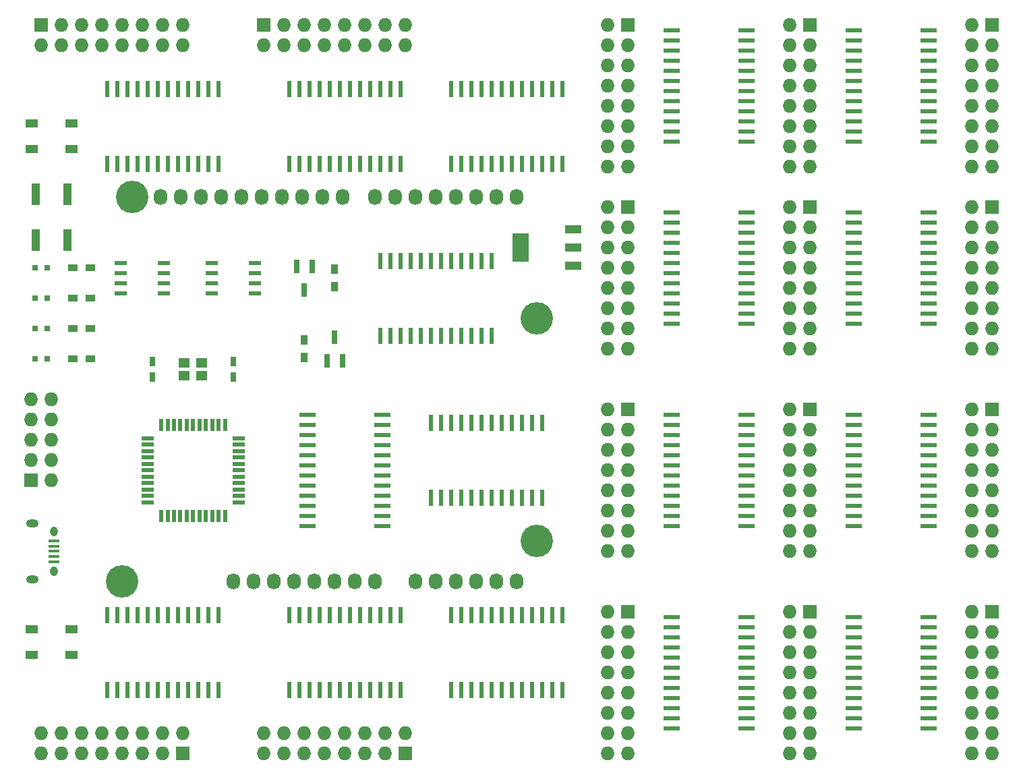
<source format=gbr>
G04 #@! TF.FileFunction,Soldermask,Top*
%FSLAX46Y46*%
G04 Gerber Fmt 4.6, Leading zero omitted, Abs format (unit mm)*
G04 Created by KiCad (PCBNEW 4.0.1-stable) date 2016-05-03 14:33:49*
%MOMM*%
G01*
G04 APERTURE LIST*
%ADD10C,0.100000*%
%ADD11O,1.727200X2.032000*%
%ADD12C,4.064000*%
%ADD13R,1.727200X1.727200*%
%ADD14O,1.727200X1.727200*%
%ADD15R,1.550000X0.600000*%
%ADD16R,0.600000X2.000000*%
%ADD17R,2.000000X0.600000*%
%ADD18R,0.797560X0.797560*%
%ADD19R,0.800100X1.800860*%
%ADD20R,1.200000X0.900000*%
%ADD21R,1.000000X2.750000*%
%ADD22R,0.750000X1.200000*%
%ADD23R,1.600000X1.000000*%
%ADD24R,1.350000X0.400000*%
%ADD25O,0.950000X1.250000*%
%ADD26O,1.550000X1.000000*%
%ADD27R,0.900000X1.200000*%
%ADD28R,1.500000X0.550000*%
%ADD29R,0.550000X1.500000*%
%ADD30R,2.032000X3.657600*%
%ADD31R,2.032000X1.016000*%
%ADD32R,1.400000X1.200000*%
G04 APERTURE END LIST*
D10*
D11*
X56388000Y-117475000D03*
X58928000Y-117475000D03*
X61468000Y-117475000D03*
X64008000Y-117475000D03*
X66548000Y-117475000D03*
X69088000Y-117475000D03*
X71628000Y-117475000D03*
X74168000Y-117475000D03*
X79248000Y-117475000D03*
X81788000Y-117475000D03*
X84328000Y-117475000D03*
X86868000Y-117475000D03*
X89408000Y-117475000D03*
X91948000Y-117475000D03*
X47244000Y-69215000D03*
X49784000Y-69215000D03*
X52324000Y-69215000D03*
X54864000Y-69215000D03*
X57404000Y-69215000D03*
X59944000Y-69215000D03*
X62484000Y-69215000D03*
X65024000Y-69215000D03*
X67564000Y-69215000D03*
X70104000Y-69215000D03*
X74168000Y-69215000D03*
X76708000Y-69215000D03*
X79248000Y-69215000D03*
X81788000Y-69215000D03*
X84328000Y-69215000D03*
X86868000Y-69215000D03*
X89408000Y-69215000D03*
X91948000Y-69215000D03*
D12*
X42418000Y-117475000D03*
X94488000Y-112395000D03*
X43688000Y-69215000D03*
X94488000Y-84455000D03*
D13*
X32258000Y-47625000D03*
D14*
X32258000Y-50165000D03*
X34798000Y-47625000D03*
X34798000Y-50165000D03*
X37338000Y-47625000D03*
X37338000Y-50165000D03*
X39878000Y-47625000D03*
X39878000Y-50165000D03*
X42418000Y-47625000D03*
X42418000Y-50165000D03*
X44958000Y-47625000D03*
X44958000Y-50165000D03*
X47498000Y-47625000D03*
X47498000Y-50165000D03*
X50038000Y-47625000D03*
X50038000Y-50165000D03*
D13*
X60198000Y-47625000D03*
D14*
X60198000Y-50165000D03*
X62738000Y-47625000D03*
X62738000Y-50165000D03*
X65278000Y-47625000D03*
X65278000Y-50165000D03*
X67818000Y-47625000D03*
X67818000Y-50165000D03*
X70358000Y-47625000D03*
X70358000Y-50165000D03*
X72898000Y-47625000D03*
X72898000Y-50165000D03*
X75438000Y-47625000D03*
X75438000Y-50165000D03*
X77978000Y-47625000D03*
X77978000Y-50165000D03*
D13*
X50038000Y-139065000D03*
D14*
X50038000Y-136525000D03*
X47498000Y-139065000D03*
X47498000Y-136525000D03*
X44958000Y-139065000D03*
X44958000Y-136525000D03*
X42418000Y-139065000D03*
X42418000Y-136525000D03*
X39878000Y-139065000D03*
X39878000Y-136525000D03*
X37338000Y-139065000D03*
X37338000Y-136525000D03*
X34798000Y-139065000D03*
X34798000Y-136525000D03*
X32258000Y-139065000D03*
X32258000Y-136525000D03*
D15*
X53688000Y-77470000D03*
X53688000Y-78740000D03*
X53688000Y-80010000D03*
X53688000Y-81280000D03*
X59088000Y-81280000D03*
X59088000Y-80010000D03*
X59088000Y-78740000D03*
X59088000Y-77470000D03*
D13*
X77978000Y-139065000D03*
D14*
X77978000Y-136525000D03*
X75438000Y-139065000D03*
X75438000Y-136525000D03*
X72898000Y-139065000D03*
X72898000Y-136525000D03*
X70358000Y-139065000D03*
X70358000Y-136525000D03*
X67818000Y-139065000D03*
X67818000Y-136525000D03*
X65278000Y-139065000D03*
X65278000Y-136525000D03*
X62738000Y-139065000D03*
X62738000Y-136525000D03*
X60198000Y-139065000D03*
X60198000Y-136525000D03*
D16*
X77343000Y-121665000D03*
X76073000Y-121665000D03*
X74803000Y-121665000D03*
X73533000Y-121665000D03*
X72263000Y-121665000D03*
X70993000Y-121665000D03*
X69723000Y-121665000D03*
X68453000Y-121665000D03*
X67183000Y-121665000D03*
X65913000Y-121665000D03*
X64643000Y-121665000D03*
X63373000Y-121665000D03*
X63373000Y-131065000D03*
X64643000Y-131065000D03*
X65913000Y-131065000D03*
X67183000Y-131065000D03*
X68453000Y-131065000D03*
X69723000Y-131065000D03*
X70993000Y-131065000D03*
X72263000Y-131065000D03*
X73533000Y-131065000D03*
X74803000Y-131065000D03*
X76073000Y-131065000D03*
X77343000Y-131065000D03*
D15*
X42258000Y-77470000D03*
X42258000Y-78740000D03*
X42258000Y-80010000D03*
X42258000Y-81280000D03*
X47658000Y-81280000D03*
X47658000Y-80010000D03*
X47658000Y-78740000D03*
X47658000Y-77470000D03*
D17*
X65658000Y-96520000D03*
X65658000Y-97790000D03*
X65658000Y-99060000D03*
X65658000Y-100330000D03*
X65658000Y-101600000D03*
X65658000Y-102870000D03*
X65658000Y-104140000D03*
X65658000Y-105410000D03*
X65658000Y-106680000D03*
X65658000Y-107950000D03*
X65658000Y-109220000D03*
X65658000Y-110490000D03*
X75058000Y-110490000D03*
X75058000Y-109220000D03*
X75058000Y-107950000D03*
X75058000Y-106680000D03*
X75058000Y-105410000D03*
X75058000Y-104140000D03*
X75058000Y-102870000D03*
X75058000Y-101600000D03*
X75058000Y-100330000D03*
X75058000Y-99060000D03*
X75058000Y-97790000D03*
X75058000Y-96520000D03*
D16*
X54483000Y-55625000D03*
X53213000Y-55625000D03*
X51943000Y-55625000D03*
X50673000Y-55625000D03*
X49403000Y-55625000D03*
X48133000Y-55625000D03*
X46863000Y-55625000D03*
X45593000Y-55625000D03*
X44323000Y-55625000D03*
X43053000Y-55625000D03*
X41783000Y-55625000D03*
X40513000Y-55625000D03*
X40513000Y-65025000D03*
X41783000Y-65025000D03*
X43053000Y-65025000D03*
X44323000Y-65025000D03*
X45593000Y-65025000D03*
X46863000Y-65025000D03*
X48133000Y-65025000D03*
X49403000Y-65025000D03*
X50673000Y-65025000D03*
X51943000Y-65025000D03*
X53213000Y-65025000D03*
X54483000Y-65025000D03*
X77343000Y-55625000D03*
X76073000Y-55625000D03*
X74803000Y-55625000D03*
X73533000Y-55625000D03*
X72263000Y-55625000D03*
X70993000Y-55625000D03*
X69723000Y-55625000D03*
X68453000Y-55625000D03*
X67183000Y-55625000D03*
X65913000Y-55625000D03*
X64643000Y-55625000D03*
X63373000Y-55625000D03*
X63373000Y-65025000D03*
X64643000Y-65025000D03*
X65913000Y-65025000D03*
X67183000Y-65025000D03*
X68453000Y-65025000D03*
X69723000Y-65025000D03*
X70993000Y-65025000D03*
X72263000Y-65025000D03*
X73533000Y-65025000D03*
X74803000Y-65025000D03*
X76073000Y-65025000D03*
X77343000Y-65025000D03*
X54483000Y-121665000D03*
X53213000Y-121665000D03*
X51943000Y-121665000D03*
X50673000Y-121665000D03*
X49403000Y-121665000D03*
X48133000Y-121665000D03*
X46863000Y-121665000D03*
X45593000Y-121665000D03*
X44323000Y-121665000D03*
X43053000Y-121665000D03*
X41783000Y-121665000D03*
X40513000Y-121665000D03*
X40513000Y-131065000D03*
X41783000Y-131065000D03*
X43053000Y-131065000D03*
X44323000Y-131065000D03*
X45593000Y-131065000D03*
X46863000Y-131065000D03*
X48133000Y-131065000D03*
X49403000Y-131065000D03*
X50673000Y-131065000D03*
X51943000Y-131065000D03*
X53213000Y-131065000D03*
X54483000Y-131065000D03*
D13*
X30988000Y-104775000D03*
D14*
X33528000Y-104775000D03*
X30988000Y-102235000D03*
X33528000Y-102235000D03*
X30988000Y-99695000D03*
X33528000Y-99695000D03*
X30988000Y-97155000D03*
X33528000Y-97155000D03*
X30988000Y-94615000D03*
X33528000Y-94615000D03*
D13*
X105918000Y-47625000D03*
D14*
X103378000Y-47625000D03*
X105918000Y-50165000D03*
X103378000Y-50165000D03*
X105918000Y-52705000D03*
X103378000Y-52705000D03*
X105918000Y-55245000D03*
X103378000Y-55245000D03*
X105918000Y-57785000D03*
X103378000Y-57785000D03*
X105918000Y-60325000D03*
X103378000Y-60325000D03*
X105918000Y-62865000D03*
X103378000Y-62865000D03*
X105918000Y-65405000D03*
X103378000Y-65405000D03*
D13*
X105918000Y-70485000D03*
D14*
X103378000Y-70485000D03*
X105918000Y-73025000D03*
X103378000Y-73025000D03*
X105918000Y-75565000D03*
X103378000Y-75565000D03*
X105918000Y-78105000D03*
X103378000Y-78105000D03*
X105918000Y-80645000D03*
X103378000Y-80645000D03*
X105918000Y-83185000D03*
X103378000Y-83185000D03*
X105918000Y-85725000D03*
X103378000Y-85725000D03*
X105918000Y-88265000D03*
X103378000Y-88265000D03*
D13*
X105918000Y-95885000D03*
D14*
X103378000Y-95885000D03*
X105918000Y-98425000D03*
X103378000Y-98425000D03*
X105918000Y-100965000D03*
X103378000Y-100965000D03*
X105918000Y-103505000D03*
X103378000Y-103505000D03*
X105918000Y-106045000D03*
X103378000Y-106045000D03*
X105918000Y-108585000D03*
X103378000Y-108585000D03*
X105918000Y-111125000D03*
X103378000Y-111125000D03*
X105918000Y-113665000D03*
X103378000Y-113665000D03*
D13*
X105918000Y-121285000D03*
D14*
X103378000Y-121285000D03*
X105918000Y-123825000D03*
X103378000Y-123825000D03*
X105918000Y-126365000D03*
X103378000Y-126365000D03*
X105918000Y-128905000D03*
X103378000Y-128905000D03*
X105918000Y-131445000D03*
X103378000Y-131445000D03*
X105918000Y-133985000D03*
X103378000Y-133985000D03*
X105918000Y-136525000D03*
X103378000Y-136525000D03*
X105918000Y-139065000D03*
X103378000Y-139065000D03*
D16*
X97663000Y-55625000D03*
X96393000Y-55625000D03*
X95123000Y-55625000D03*
X93853000Y-55625000D03*
X92583000Y-55625000D03*
X91313000Y-55625000D03*
X90043000Y-55625000D03*
X88773000Y-55625000D03*
X87503000Y-55625000D03*
X86233000Y-55625000D03*
X84963000Y-55625000D03*
X83693000Y-55625000D03*
X83693000Y-65025000D03*
X84963000Y-65025000D03*
X86233000Y-65025000D03*
X87503000Y-65025000D03*
X88773000Y-65025000D03*
X90043000Y-65025000D03*
X91313000Y-65025000D03*
X92583000Y-65025000D03*
X93853000Y-65025000D03*
X95123000Y-65025000D03*
X96393000Y-65025000D03*
X97663000Y-65025000D03*
X88773000Y-77215000D03*
X87503000Y-77215000D03*
X86233000Y-77215000D03*
X84963000Y-77215000D03*
X83693000Y-77215000D03*
X82423000Y-77215000D03*
X81153000Y-77215000D03*
X79883000Y-77215000D03*
X78613000Y-77215000D03*
X77343000Y-77215000D03*
X76073000Y-77215000D03*
X74803000Y-77215000D03*
X74803000Y-86615000D03*
X76073000Y-86615000D03*
X77343000Y-86615000D03*
X78613000Y-86615000D03*
X79883000Y-86615000D03*
X81153000Y-86615000D03*
X82423000Y-86615000D03*
X83693000Y-86615000D03*
X84963000Y-86615000D03*
X86233000Y-86615000D03*
X87503000Y-86615000D03*
X88773000Y-86615000D03*
X95123000Y-97535000D03*
X93853000Y-97535000D03*
X92583000Y-97535000D03*
X91313000Y-97535000D03*
X90043000Y-97535000D03*
X88773000Y-97535000D03*
X87503000Y-97535000D03*
X86233000Y-97535000D03*
X84963000Y-97535000D03*
X83693000Y-97535000D03*
X82423000Y-97535000D03*
X81153000Y-97535000D03*
X81153000Y-106935000D03*
X82423000Y-106935000D03*
X83693000Y-106935000D03*
X84963000Y-106935000D03*
X86233000Y-106935000D03*
X87503000Y-106935000D03*
X88773000Y-106935000D03*
X90043000Y-106935000D03*
X91313000Y-106935000D03*
X92583000Y-106935000D03*
X93853000Y-106935000D03*
X95123000Y-106935000D03*
X97663000Y-121665000D03*
X96393000Y-121665000D03*
X95123000Y-121665000D03*
X93853000Y-121665000D03*
X92583000Y-121665000D03*
X91313000Y-121665000D03*
X90043000Y-121665000D03*
X88773000Y-121665000D03*
X87503000Y-121665000D03*
X86233000Y-121665000D03*
X84963000Y-121665000D03*
X83693000Y-121665000D03*
X83693000Y-131065000D03*
X84963000Y-131065000D03*
X86233000Y-131065000D03*
X87503000Y-131065000D03*
X88773000Y-131065000D03*
X90043000Y-131065000D03*
X91313000Y-131065000D03*
X92583000Y-131065000D03*
X93853000Y-131065000D03*
X95123000Y-131065000D03*
X96393000Y-131065000D03*
X97663000Y-131065000D03*
D18*
X33007300Y-78105000D03*
X31508700Y-78105000D03*
D19*
X66228000Y-77873860D03*
X64328000Y-77873860D03*
X65278000Y-80876140D03*
D20*
X36238000Y-78105000D03*
X38438000Y-78105000D03*
X36238000Y-81915000D03*
X38438000Y-81915000D03*
D21*
X31528000Y-68880000D03*
X31528000Y-74630000D03*
X35528000Y-74630000D03*
X35528000Y-68880000D03*
D22*
X56388000Y-91755000D03*
X56388000Y-89855000D03*
X46228000Y-91755000D03*
X46228000Y-89855000D03*
D18*
X33007300Y-81915000D03*
X31508700Y-81915000D03*
X33007300Y-85725000D03*
X31508700Y-85725000D03*
X33007300Y-89535000D03*
X31508700Y-89535000D03*
D23*
X36028000Y-63195000D03*
X36028000Y-59995000D03*
X31028000Y-63195000D03*
X31028000Y-59995000D03*
X36028000Y-126695000D03*
X36028000Y-123495000D03*
X31028000Y-126695000D03*
X31028000Y-123495000D03*
D24*
X33820540Y-112364100D03*
X33820540Y-113014100D03*
X33820540Y-113664100D03*
X33820540Y-114314100D03*
X33820540Y-114964100D03*
D25*
X33820540Y-111164100D03*
X33820540Y-116164100D03*
D26*
X31120540Y-110164100D03*
X31120540Y-117164100D03*
D13*
X128778000Y-47625000D03*
D14*
X126238000Y-47625000D03*
X128778000Y-50165000D03*
X126238000Y-50165000D03*
X128778000Y-52705000D03*
X126238000Y-52705000D03*
X128778000Y-55245000D03*
X126238000Y-55245000D03*
X128778000Y-57785000D03*
X126238000Y-57785000D03*
X128778000Y-60325000D03*
X126238000Y-60325000D03*
X128778000Y-62865000D03*
X126238000Y-62865000D03*
X128778000Y-65405000D03*
X126238000Y-65405000D03*
D13*
X128778000Y-70485000D03*
D14*
X126238000Y-70485000D03*
X128778000Y-73025000D03*
X126238000Y-73025000D03*
X128778000Y-75565000D03*
X126238000Y-75565000D03*
X128778000Y-78105000D03*
X126238000Y-78105000D03*
X128778000Y-80645000D03*
X126238000Y-80645000D03*
X128778000Y-83185000D03*
X126238000Y-83185000D03*
X128778000Y-85725000D03*
X126238000Y-85725000D03*
X128778000Y-88265000D03*
X126238000Y-88265000D03*
D13*
X128778000Y-95885000D03*
D14*
X126238000Y-95885000D03*
X128778000Y-98425000D03*
X126238000Y-98425000D03*
X128778000Y-100965000D03*
X126238000Y-100965000D03*
X128778000Y-103505000D03*
X126238000Y-103505000D03*
X128778000Y-106045000D03*
X126238000Y-106045000D03*
X128778000Y-108585000D03*
X126238000Y-108585000D03*
X128778000Y-111125000D03*
X126238000Y-111125000D03*
X128778000Y-113665000D03*
X126238000Y-113665000D03*
D13*
X128778000Y-121285000D03*
D14*
X126238000Y-121285000D03*
X128778000Y-123825000D03*
X126238000Y-123825000D03*
X128778000Y-126365000D03*
X126238000Y-126365000D03*
X128778000Y-128905000D03*
X126238000Y-128905000D03*
X128778000Y-131445000D03*
X126238000Y-131445000D03*
X128778000Y-133985000D03*
X126238000Y-133985000D03*
X128778000Y-136525000D03*
X126238000Y-136525000D03*
X128778000Y-139065000D03*
X126238000Y-139065000D03*
D13*
X151638000Y-47625000D03*
D14*
X149098000Y-47625000D03*
X151638000Y-50165000D03*
X149098000Y-50165000D03*
X151638000Y-52705000D03*
X149098000Y-52705000D03*
X151638000Y-55245000D03*
X149098000Y-55245000D03*
X151638000Y-57785000D03*
X149098000Y-57785000D03*
X151638000Y-60325000D03*
X149098000Y-60325000D03*
X151638000Y-62865000D03*
X149098000Y-62865000D03*
X151638000Y-65405000D03*
X149098000Y-65405000D03*
D13*
X151638000Y-70485000D03*
D14*
X149098000Y-70485000D03*
X151638000Y-73025000D03*
X149098000Y-73025000D03*
X151638000Y-75565000D03*
X149098000Y-75565000D03*
X151638000Y-78105000D03*
X149098000Y-78105000D03*
X151638000Y-80645000D03*
X149098000Y-80645000D03*
X151638000Y-83185000D03*
X149098000Y-83185000D03*
X151638000Y-85725000D03*
X149098000Y-85725000D03*
X151638000Y-88265000D03*
X149098000Y-88265000D03*
D13*
X151638000Y-95885000D03*
D14*
X149098000Y-95885000D03*
X151638000Y-98425000D03*
X149098000Y-98425000D03*
X151638000Y-100965000D03*
X149098000Y-100965000D03*
X151638000Y-103505000D03*
X149098000Y-103505000D03*
X151638000Y-106045000D03*
X149098000Y-106045000D03*
X151638000Y-108585000D03*
X149098000Y-108585000D03*
X151638000Y-111125000D03*
X149098000Y-111125000D03*
X151638000Y-113665000D03*
X149098000Y-113665000D03*
D13*
X151638000Y-121285000D03*
D14*
X149098000Y-121285000D03*
X151638000Y-123825000D03*
X149098000Y-123825000D03*
X151638000Y-126365000D03*
X149098000Y-126365000D03*
X151638000Y-128905000D03*
X149098000Y-128905000D03*
X151638000Y-131445000D03*
X149098000Y-131445000D03*
X151638000Y-133985000D03*
X149098000Y-133985000D03*
X151638000Y-136525000D03*
X149098000Y-136525000D03*
X151638000Y-139065000D03*
X149098000Y-139065000D03*
D19*
X68138000Y-89766140D03*
X70038000Y-89766140D03*
X69088000Y-86763860D03*
D20*
X36238000Y-85725000D03*
X38438000Y-85725000D03*
X36238000Y-89535000D03*
X38438000Y-89535000D03*
D27*
X69088000Y-78275000D03*
X69088000Y-80475000D03*
X65278000Y-89365000D03*
X65278000Y-87165000D03*
D28*
X45608000Y-99505000D03*
X45608000Y-100305000D03*
X45608000Y-101105000D03*
X45608000Y-101905000D03*
X45608000Y-102705000D03*
X45608000Y-103505000D03*
X45608000Y-104305000D03*
X45608000Y-105105000D03*
X45608000Y-105905000D03*
X45608000Y-106705000D03*
X45608000Y-107505000D03*
D29*
X47308000Y-109205000D03*
X48108000Y-109205000D03*
X48908000Y-109205000D03*
X49708000Y-109205000D03*
X50508000Y-109205000D03*
X51308000Y-109205000D03*
X52108000Y-109205000D03*
X52908000Y-109205000D03*
X53708000Y-109205000D03*
X54508000Y-109205000D03*
X55308000Y-109205000D03*
D28*
X57008000Y-107505000D03*
X57008000Y-106705000D03*
X57008000Y-105905000D03*
X57008000Y-105105000D03*
X57008000Y-104305000D03*
X57008000Y-103505000D03*
X57008000Y-102705000D03*
X57008000Y-101905000D03*
X57008000Y-101105000D03*
X57008000Y-100305000D03*
X57008000Y-99505000D03*
D29*
X55308000Y-97805000D03*
X54508000Y-97805000D03*
X53708000Y-97805000D03*
X52908000Y-97805000D03*
X52108000Y-97805000D03*
X51308000Y-97805000D03*
X50508000Y-97805000D03*
X49708000Y-97805000D03*
X48908000Y-97805000D03*
X48108000Y-97805000D03*
X47308000Y-97805000D03*
D30*
X92456000Y-75565000D03*
D31*
X99060000Y-75565000D03*
X99060000Y-73279000D03*
X99060000Y-77851000D03*
D17*
X120778000Y-62230000D03*
X120778000Y-60960000D03*
X120778000Y-59690000D03*
X120778000Y-58420000D03*
X120778000Y-57150000D03*
X120778000Y-55880000D03*
X120778000Y-54610000D03*
X120778000Y-53340000D03*
X120778000Y-52070000D03*
X120778000Y-50800000D03*
X120778000Y-49530000D03*
X120778000Y-48260000D03*
X111378000Y-48260000D03*
X111378000Y-49530000D03*
X111378000Y-50800000D03*
X111378000Y-52070000D03*
X111378000Y-53340000D03*
X111378000Y-54610000D03*
X111378000Y-55880000D03*
X111378000Y-57150000D03*
X111378000Y-58420000D03*
X111378000Y-59690000D03*
X111378000Y-60960000D03*
X111378000Y-62230000D03*
X120778000Y-85090000D03*
X120778000Y-83820000D03*
X120778000Y-82550000D03*
X120778000Y-81280000D03*
X120778000Y-80010000D03*
X120778000Y-78740000D03*
X120778000Y-77470000D03*
X120778000Y-76200000D03*
X120778000Y-74930000D03*
X120778000Y-73660000D03*
X120778000Y-72390000D03*
X120778000Y-71120000D03*
X111378000Y-71120000D03*
X111378000Y-72390000D03*
X111378000Y-73660000D03*
X111378000Y-74930000D03*
X111378000Y-76200000D03*
X111378000Y-77470000D03*
X111378000Y-78740000D03*
X111378000Y-80010000D03*
X111378000Y-81280000D03*
X111378000Y-82550000D03*
X111378000Y-83820000D03*
X111378000Y-85090000D03*
X120778000Y-110490000D03*
X120778000Y-109220000D03*
X120778000Y-107950000D03*
X120778000Y-106680000D03*
X120778000Y-105410000D03*
X120778000Y-104140000D03*
X120778000Y-102870000D03*
X120778000Y-101600000D03*
X120778000Y-100330000D03*
X120778000Y-99060000D03*
X120778000Y-97790000D03*
X120778000Y-96520000D03*
X111378000Y-96520000D03*
X111378000Y-97790000D03*
X111378000Y-99060000D03*
X111378000Y-100330000D03*
X111378000Y-101600000D03*
X111378000Y-102870000D03*
X111378000Y-104140000D03*
X111378000Y-105410000D03*
X111378000Y-106680000D03*
X111378000Y-107950000D03*
X111378000Y-109220000D03*
X111378000Y-110490000D03*
X120778000Y-135890000D03*
X120778000Y-134620000D03*
X120778000Y-133350000D03*
X120778000Y-132080000D03*
X120778000Y-130810000D03*
X120778000Y-129540000D03*
X120778000Y-128270000D03*
X120778000Y-127000000D03*
X120778000Y-125730000D03*
X120778000Y-124460000D03*
X120778000Y-123190000D03*
X120778000Y-121920000D03*
X111378000Y-121920000D03*
X111378000Y-123190000D03*
X111378000Y-124460000D03*
X111378000Y-125730000D03*
X111378000Y-127000000D03*
X111378000Y-128270000D03*
X111378000Y-129540000D03*
X111378000Y-130810000D03*
X111378000Y-132080000D03*
X111378000Y-133350000D03*
X111378000Y-134620000D03*
X111378000Y-135890000D03*
X143638000Y-62230000D03*
X143638000Y-60960000D03*
X143638000Y-59690000D03*
X143638000Y-58420000D03*
X143638000Y-57150000D03*
X143638000Y-55880000D03*
X143638000Y-54610000D03*
X143638000Y-53340000D03*
X143638000Y-52070000D03*
X143638000Y-50800000D03*
X143638000Y-49530000D03*
X143638000Y-48260000D03*
X134238000Y-48260000D03*
X134238000Y-49530000D03*
X134238000Y-50800000D03*
X134238000Y-52070000D03*
X134238000Y-53340000D03*
X134238000Y-54610000D03*
X134238000Y-55880000D03*
X134238000Y-57150000D03*
X134238000Y-58420000D03*
X134238000Y-59690000D03*
X134238000Y-60960000D03*
X134238000Y-62230000D03*
X143638000Y-85090000D03*
X143638000Y-83820000D03*
X143638000Y-82550000D03*
X143638000Y-81280000D03*
X143638000Y-80010000D03*
X143638000Y-78740000D03*
X143638000Y-77470000D03*
X143638000Y-76200000D03*
X143638000Y-74930000D03*
X143638000Y-73660000D03*
X143638000Y-72390000D03*
X143638000Y-71120000D03*
X134238000Y-71120000D03*
X134238000Y-72390000D03*
X134238000Y-73660000D03*
X134238000Y-74930000D03*
X134238000Y-76200000D03*
X134238000Y-77470000D03*
X134238000Y-78740000D03*
X134238000Y-80010000D03*
X134238000Y-81280000D03*
X134238000Y-82550000D03*
X134238000Y-83820000D03*
X134238000Y-85090000D03*
X143638000Y-110490000D03*
X143638000Y-109220000D03*
X143638000Y-107950000D03*
X143638000Y-106680000D03*
X143638000Y-105410000D03*
X143638000Y-104140000D03*
X143638000Y-102870000D03*
X143638000Y-101600000D03*
X143638000Y-100330000D03*
X143638000Y-99060000D03*
X143638000Y-97790000D03*
X143638000Y-96520000D03*
X134238000Y-96520000D03*
X134238000Y-97790000D03*
X134238000Y-99060000D03*
X134238000Y-100330000D03*
X134238000Y-101600000D03*
X134238000Y-102870000D03*
X134238000Y-104140000D03*
X134238000Y-105410000D03*
X134238000Y-106680000D03*
X134238000Y-107950000D03*
X134238000Y-109220000D03*
X134238000Y-110490000D03*
X143638000Y-135890000D03*
X143638000Y-134620000D03*
X143638000Y-133350000D03*
X143638000Y-132080000D03*
X143638000Y-130810000D03*
X143638000Y-129540000D03*
X143638000Y-128270000D03*
X143638000Y-127000000D03*
X143638000Y-125730000D03*
X143638000Y-124460000D03*
X143638000Y-123190000D03*
X143638000Y-121920000D03*
X134238000Y-121920000D03*
X134238000Y-123190000D03*
X134238000Y-124460000D03*
X134238000Y-125730000D03*
X134238000Y-127000000D03*
X134238000Y-128270000D03*
X134238000Y-129540000D03*
X134238000Y-130810000D03*
X134238000Y-132080000D03*
X134238000Y-133350000D03*
X134238000Y-134620000D03*
X134238000Y-135890000D03*
D32*
X50208000Y-91605000D03*
X52408000Y-91605000D03*
X50208000Y-90005000D03*
X52408000Y-90005000D03*
M02*

</source>
